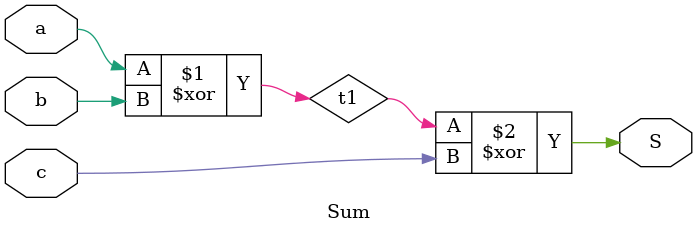
<source format=v>
`timescale 1ns/1ps

module Sum(a, b, c, S);
input a, b, c;
output S;
wire t1;

xor X1(t1, a, b);
xor X2(S, t1, c);

endmodule

</source>
